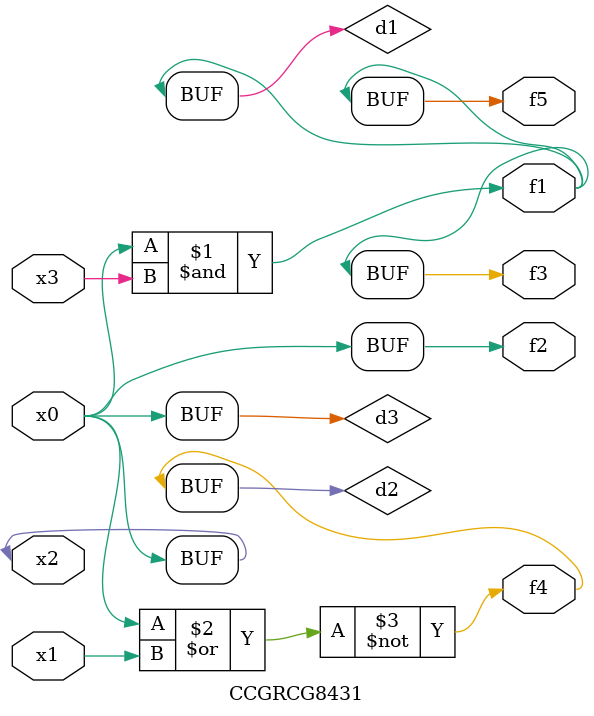
<source format=v>
module CCGRCG8431(
	input x0, x1, x2, x3,
	output f1, f2, f3, f4, f5
);

	wire d1, d2, d3;

	and (d1, x2, x3);
	nor (d2, x0, x1);
	buf (d3, x0, x2);
	assign f1 = d1;
	assign f2 = d3;
	assign f3 = d1;
	assign f4 = d2;
	assign f5 = d1;
endmodule

</source>
